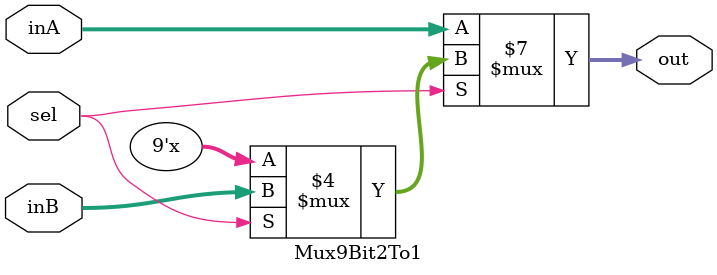
<source format=v>
`timescale 1ns / 1ps


module Mux9Bit2To1(out, inA, inB, sel);

    output reg [8:0] out;
    
    input [8:0] inA;
    input [8:0] inB;
    input  sel;

    always @(*) begin
    if(sel==0)begin
        out <= inA;
    end
    else if( sel ==1)begin
        out <= inB;
    end
  
        
end


endmodule

</source>
